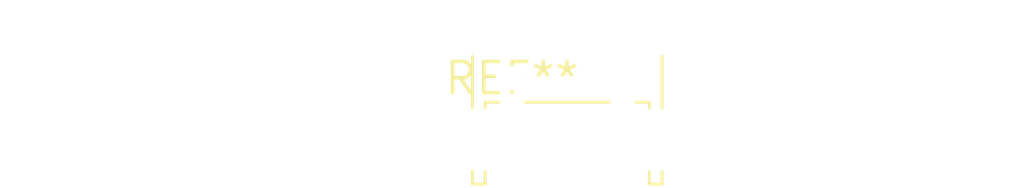
<source format=kicad_pcb>
(kicad_pcb (version 20240108) (generator pcbnew)
  (layers (0 "F.Cu" signal) (31 "B.Cu" signal) (34 "B.Paste" user) (35 "F.Paste" user) (36 "B.SilkS" user "B.Silkscreen") (37 "F.SilkS" user "F.Silkscreen") (38 "B.Mask" user) (39 "F.Mask" user) (44 "Edge.Cuts" user))
  (net 0 "")
  (footprint "SW_Tactile_SPST_Angled_PTS645Vx31-2LFS" (layer "F.Cu") (at 0 0)
    (property "Reference" "REF**")
    (property "Value" "SW_Tactile_SPST_Angled_PTS645Vx31-2LFS")
    (fp_line (start -1.61 -0.9) (end -1.61 1.2) (layer "F.SilkS") (stroke (width 0.12)))
    (fp_line (start -1.61 3.8) (end -1.61 4.31) (layer "F.SilkS") (stroke (width 0.12)))
    (fp_line (start -1.61 4.31) (end -1.09 4.31) (layer "F.SilkS") (stroke (width 0.12)))
    (fp_line (start -1.09 0.97) (end -1.09 1.2) (layer "F.SilkS") (stroke (width 0.12)))
    (fp_line (start -1.09 0.97) (end -0.55 0.97) (layer "F.SilkS") (stroke (width 0.12)))
    (fp_line (start -1.09 3.8) (end -1.09 4.31) (layer "F.SilkS") (stroke (width 0.12)))
    (fp_line (start 0.55 0.97) (end 3.95 0.97) (layer "F.SilkS") (stroke (width 0.12)))
    (fp_line (start 5.05 0.97) (end 5.59 0.97) (layer "F.SilkS") (stroke (width 0.12)))
    (fp_line (start 5.59 0.97) (end 5.59 1.2) (layer "F.SilkS") (stroke (width 0.12)))
    (fp_line (start 5.59 3.8) (end 5.59 4.31) (layer "F.SilkS") (stroke (width 0.12)))
    (fp_line (start 5.59 4.31) (end 6.11 4.31) (layer "F.SilkS") (stroke (width 0.12)))
    (fp_line (start 6.11 -0.9) (end 6.11 1.2) (layer "F.SilkS") (stroke (width 0.12)))
    (fp_line (start 6.11 3.8) (end 6.11 4.31) (layer "F.SilkS") (stroke (width 0.12)))
    (pad "" thru_hole circle (at -1.25 2.49) (size 2.1 2.1) (drill 1.3) (layers *.Cu *.Mask) (remove_unused_layers))
    (pad "" thru_hole circle (at 5.76 2.49) (size 2.1 2.1) (drill 1.3) (layers *.Cu *.Mask) (remove_unused_layers))
    (pad "1" thru_hole circle (at 0 0) (size 1.75 1.75) (drill 0.99) (layers *.Cu *.Mask) (remove_unused_layers))
    (pad "2" thru_hole circle (at 4.5 0) (size 1.75 1.75) (drill 0.99) (layers *.Cu *.Mask) (remove_unused_layers))
  )
)
</source>
